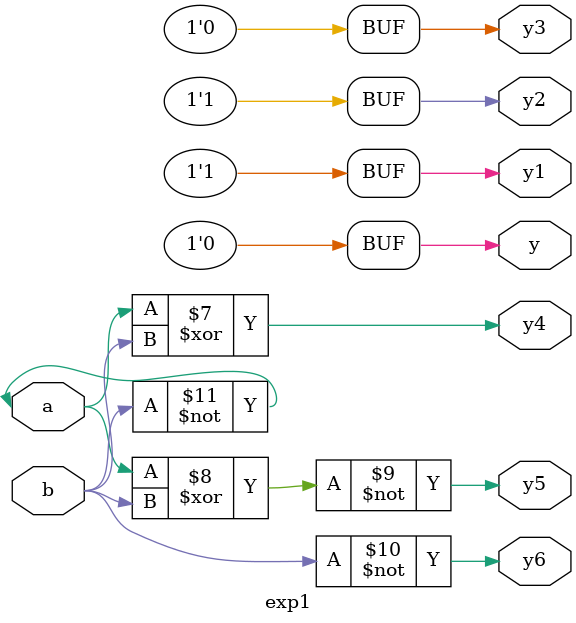
<source format=v>
`timescale 1ns / 1ps


module exp1(
    input a, b,
    output y, y1, y2, y3, y4, y5, y6
    );
    and a1(y,a,b);
    or a2(y1,a,b);
    nand a3(y2,a,b);
    nor a4(y3,a,b);
    xor a5(y4,a,b);
    xnor a6(y5,a,b);
    not a7(y6,a,b);
    
endmodule

</source>
